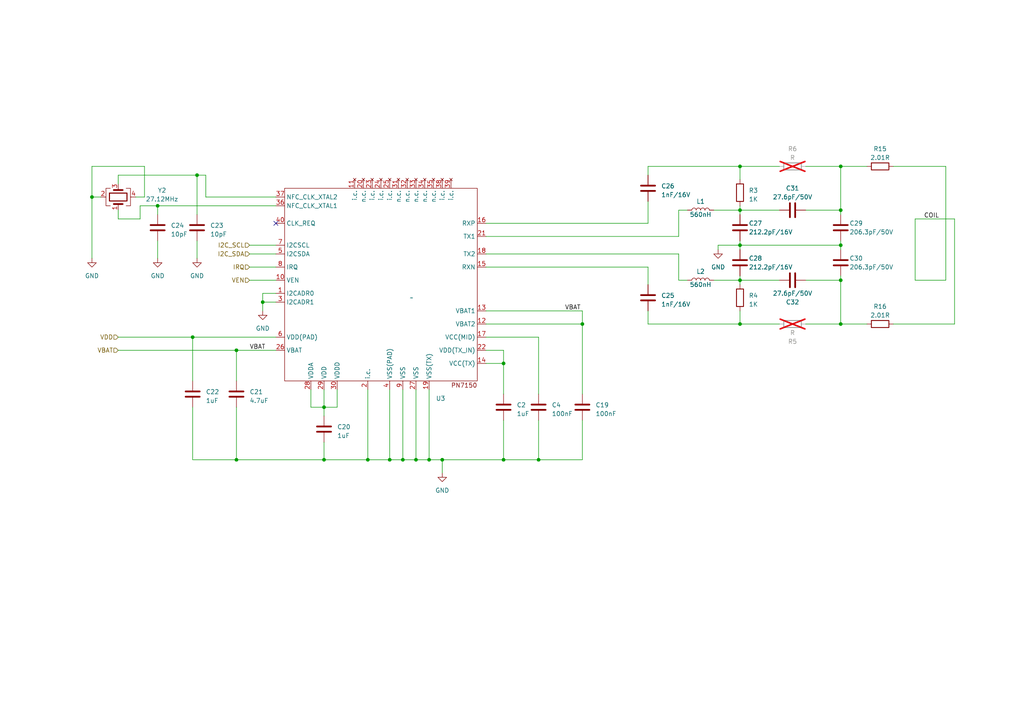
<source format=kicad_sch>
(kicad_sch (version 20230121) (generator eeschema)
  (paper "A4")
  (title_block (title "PN7150 NFC Reader") (date "2023-05-07") (rev "1.0") (comment 1 "CC-BY-SA"))
  (lib_symbols
    (symbol "Device:C" (pin_numbers hide) (pin_names (offset 0.254))
      (property "Reference" "C" (at 0.635 2.54 0))
      (property "Value" "C" (at 0.635 -2.54 0))
      (symbol "C_0_1"
        (polyline (pts (xy -2.032 -0.762) (xy 2.032 -0.762)) (stroke (width 0.508)))
        (polyline (pts (xy -2.032 0.762) (xy 2.032 0.762)) (stroke (width 0.508)))
      )
      (symbol "C_1_1"
        (pin passive line (at 0 3.81 270) (length 2.794) (name "~") (number "1"))
        (pin passive line (at 0 -3.81 90) (length 2.794) (name "~") (number "2"))
      )
    )
    (symbol "Device:Crystal_GND24" (pin_names (offset 1.016) hide)
      (property "Reference" "Y" (at 3.175 5.08 0))
      (property "Value" "Crystal_GND24" (at 3.175 3.175 0))
      (symbol "Crystal_GND24_0_1"
        (rectangle (start -1.143 2.54) (end 1.143 -2.54) (stroke (width 0.3048)))
        (polyline (pts (xy -2.54 0) (xy -2.032 0)))
        (polyline (pts (xy -2.032 -1.27) (xy -2.032 1.27)) (stroke (width 0.508)))
        (polyline (pts (xy 0 -3.81) (xy 0 -3.556)))
        (polyline (pts (xy 0 3.556) (xy 0 3.81)))
        (polyline (pts (xy 2.032 -1.27) (xy 2.032 1.27)) (stroke (width 0.508)))
        (polyline (pts (xy 2.032 0) (xy 2.54 0)))
        (polyline (pts (xy -2.54 -2.286) (xy -2.54 -3.556) (xy 2.54 -3.556) (xy 2.54 -2.286)))
        (polyline (pts (xy -2.54 2.286) (xy -2.54 3.556) (xy 2.54 3.556) (xy 2.54 2.286)))
      )
      (symbol "Crystal_GND24_1_1"
        (pin passive line (at -3.81 0 0) (length 1.27) (name "1") (number "1"))
        (pin passive line (at 0 5.08 270) (length 1.27) (name "2") (number "2"))
        (pin passive line (at 3.81 0 180) (length 1.27) (name "3") (number "3"))
        (pin passive line (at 0 -5.08 90) (length 1.27) (name "4") (number "4"))
      )
    )
    (symbol "Device:L" (pin_numbers hide) (pin_names (offset 1.016) hide)
      (property "Reference" "L" (at -1.27 0 90))
      (property "Value" "L" (at 1.905 0 90))
      (symbol "L_0_1"
        (arc (start 0 -2.54) (mid 0.6323 -1.905) (end 0 -1.27))
        (arc (start 0 -1.27) (mid 0.6323 -0.635) (end 0 0))
        (arc (start 0 0) (mid 0.6323 0.635) (end 0 1.27))
        (arc (start 0 1.27) (mid 0.6323 1.905) (end 0 2.54))
      )
      (symbol "L_1_1"
        (pin passive line (at 0 3.81 270) (length 1.27) (name "1") (number "1"))
        (pin passive line (at 0 -3.81 90) (length 1.27) (name "2") (number "2"))
      )
    )
    (symbol "Device:R" (pin_numbers hide) (pin_names (offset 0))
      (property "Reference" "R" (at 2.032 0 90))
      (property "Value" "R" (at 0 0 90))
      (symbol "R_0_1"
        (rectangle (start -1.016 -2.54) (end 1.016 2.54) (stroke (width 0.254)))
      )
      (symbol "R_1_1"
        (pin passive line (at 0 3.81 270) (length 1.27) (name "~") (number "1"))
        (pin passive line (at 0 -3.81 90) (length 1.27) (name "~") (number "2"))
      )
    )
    (symbol "NFC:PN7150"
      (property "Reference" "U" (at 0 0 0))
      (symbol "PN7150_0_1"
        (rectangle (start -27.94 27.94) (end 27.94 -27.94))
      )
      (symbol "PN7150_1_1"
        (text "PN7150" (at 24.13 -29.21 0) (effects (font (size 1.27 1.27))))
        (pin input line (at -30.48 -2.54 0) (length 2.54) (name "I2CADR0") (number "1"))
        (pin input line (at -30.48 1.27 0) (length 2.54) (name "VEN") (number "10"))
        (pin no_connect line (at -7.62 30.48 270) (length 2.54) (name "i.c.") (number "11"))
        (pin power_in line (at 30.48 -11.43 180) (length 2.54) (name "VBAT2") (number "12"))
        (pin power_in line (at 30.48 -7.62 180) (length 2.54) (name "VBAT1") (number "13"))
        (pin power_in line (at 30.48 -22.86 180) (length 2.54) (name "VCC(TX)") (number "14"))
        (pin input line (at 30.48 5.08 180) (length 2.54) (name "RXN") (number "15"))
        (pin input line (at 30.48 17.78 180) (length 2.54) (name "RXP") (number "16"))
        (pin power_in line (at 30.48 -15.24 180) (length 2.54) (name "VCC(MID)") (number "17"))
        (pin output line (at 30.48 8.89 180) (length 2.54) (name "TX2") (number "18"))
        (pin power_in line (at 13.97 -30.48 90) (length 2.54) (name "VSS(TX)") (number "19"))
        (pin unspecified line (at -3.81 -30.48 90) (length 2.54) (name "i.c.") (number "2"))
        (pin no_connect line (at -5.08 30.48 270) (length 2.54) (name "n.c.") (number "20"))
        (pin output line (at 30.48 13.97 180) (length 2.54) (name "TX1") (number "21"))
        (pin power_in line (at 30.48 -19.05 180) (length 2.54) (name "VDD(TX_IN)") (number "22"))
        (pin no_connect line (at -2.54 30.48 270) (length 2.54) (name "i.c.") (number "23"))
        (pin no_connect line (at 0 30.48 270) (length 2.54) (name "i.c.") (number "24"))
        (pin no_connect line (at 2.54 30.48 270) (length 2.54) (name "i.c.") (number "25"))
        (pin power_in line (at -30.48 -19.05 0) (length 2.54) (name "VBAT") (number "26"))
        (pin power_in line (at 10.16 -30.48 90) (length 2.54) (name "VSS") (number "27"))
        (pin power_in line (at -20.32 -30.48 90) (length 2.54) (name "VDDA") (number "28"))
        (pin power_in line (at -16.51 -30.48 90) (length 2.54) (name "VDD") (number "29"))
        (pin input line (at -30.48 -5.08 0) (length 2.54) (name "I2CADR1") (number "3"))
        (pin power_in line (at -12.7 -30.48 90) (length 2.54) (name "VDDD") (number "30"))
        (pin no_connect line (at 5.08 30.48 270) (length 2.54) (name "n.c.") (number "31"))
        (pin no_connect line (at 7.62 30.48 270) (length 2.54) (name "n.c.") (number "32"))
        (pin no_connect line (at 10.16 30.48 270) (length 2.54) (name "n.c.") (number "33"))
        (pin no_connect line (at 12.7 30.48 270) (length 2.54) (name "n.c.") (number "34"))
        (pin no_connect line (at 15.24 30.48 270) (length 2.54) (name "n.c.") (number "35"))
        (pin bidirectional line (at -30.48 22.86 0) (length 2.54) (name "NFC_CLK_XTAL1") (number "36"))
        (pin bidirectional line (at -30.48 25.4 0) (length 2.54) (name "NFC_CLK_XTAL2") (number "37"))
        (pin no_connect line (at 17.78 30.48 270) (length 2.54) (name "i.c.") (number "38"))
        (pin no_connect line (at 20.32 30.48 270) (length 2.54) (name "i.c.") (number "39"))
        (pin power_in line (at 2.54 -30.48 90) (length 2.54) (name "VSS(PAD)") (number "4"))
        (pin input line (at -30.48 17.78 0) (length 2.54) (name "CLK_REQ") (number "40"))
        (pin bidirectional line (at -30.48 8.89 0) (length 2.54) (name "I2CSDA") (number "5"))
        (pin power_in line (at -30.48 -15.24 0) (length 2.54) (name "VDD(PAD)") (number "6"))
        (pin input line (at -30.48 11.43 0) (length 2.54) (name "I2CSCL") (number "7"))
        (pin output line (at -30.48 5.08 0) (length 2.54) (name "IRQ") (number "8"))
        (pin power_in line (at 6.35 -30.48 90) (length 2.54) (name "VSS") (number "9"))
      )
    )
    (symbol "power:GND" (power) (pin_names (offset 0))
      (property "Value" "GND" (at 0 -3.81 0))
      (symbol "GND_0_1"
        (polyline (pts (xy 0 0) (xy 0 -1.27) (xy 1.27 -1.27) (xy 0 -2.54) (xy -1.27 -1.27) (xy 0 -1.27)))
      )
      (symbol "GND_1_1"
        (pin power_in line (at 0 0 270) (length 0) hide (name "GND") (number "1"))
      )
    )
  )
  (junction (at 57.15 50.8))
  (junction (at 168.91 93.98))
  (junction (at 214.63 60.96))
  (junction (at 243.84 93.98))
  (junction (at 116.84 133.35))
  (junction (at 243.84 60.96))
  (junction (at 68.58 133.35))
  (junction (at 243.84 71.12))
  (junction (at 93.98 133.35))
  (junction (at 243.84 48.26))
  (junction (at 214.63 93.98))
  (junction (at 146.05 133.35))
  (junction (at 156.21 133.35))
  (junction (at 214.63 71.12))
  (junction (at 106.68 133.35))
  (junction (at 128.27 133.35))
  (junction (at 93.98 118.11))
  (junction (at 76.2 87.63))
  (junction (at 214.63 81.28))
  (junction (at 68.58 101.6))
  (junction (at 243.84 81.28))
  (junction (at 45.72 59.69))
  (junction (at 26.67 57.15))
  (junction (at 146.05 105.41))
  (junction (at 124.46 133.35))
  (junction (at 120.65 133.35))
  (junction (at 113.03 133.35))
  (junction (at 214.63 48.26))
  (junction (at 55.88 97.79))
  (no_connect (at 80.01 64.77))
  (wire (pts (xy 243.84 69.85) (xy 243.84 71.12)))
  (wire (pts (xy 208.28 71.12) (xy 214.63 71.12)))
  (wire (pts (xy 243.84 48.26) (xy 251.46 48.26)))
  (wire (pts (xy 199.39 81.28) (xy 196.85 81.28)))
  (wire (pts (xy 116.84 133.35) (xy 120.65 133.35)))
  (wire (pts (xy 120.65 133.35) (xy 124.46 133.35)))
  (wire (pts (xy 93.98 133.35) (xy 106.68 133.35)))
  (wire (pts (xy 45.72 59.69) (xy 40.64 59.69)))
  (wire (pts (xy 26.67 48.26) (xy 26.67 57.15)))
  (wire (pts (xy 243.84 93.98) (xy 251.46 93.98)))
  (wire (pts (xy 140.97 90.17) (xy 168.91 90.17)))
  (wire (pts (xy 40.64 59.69) (xy 40.64 63.5)))
  (wire (pts (xy 68.58 133.35) (xy 93.98 133.35)))
  (wire (pts (xy 93.98 118.11) (xy 93.98 120.65)))
  (wire (pts (xy 29.21 57.15) (xy 26.67 57.15)))
  (wire (pts (xy 214.63 93.98) (xy 226.06 93.98)))
  (wire (pts (xy 34.29 101.6) (xy 68.58 101.6)))
  (wire (pts (xy 214.63 60.96) (xy 214.63 62.23)))
  (wire (pts (xy 207.01 81.28) (xy 214.63 81.28)))
  (wire (pts (xy 45.72 69.85) (xy 45.72 74.93)))
  (wire (pts (xy 214.63 90.17) (xy 214.63 93.98)))
  (wire (pts (xy 59.69 57.15) (xy 59.69 50.8)))
  (wire (pts (xy 196.85 60.96) (xy 196.85 68.58)))
  (wire (pts (xy 80.01 57.15) (xy 59.69 57.15)))
  (wire (pts (xy 90.17 118.11) (xy 93.98 118.11)))
  (wire (pts (xy 116.84 113.03) (xy 116.84 133.35)))
  (wire (pts (xy 34.29 50.8) (xy 34.29 53.34)))
  (wire (pts (xy 57.15 50.8) (xy 57.15 62.23)))
  (wire (pts (xy 80.01 59.69) (xy 45.72 59.69)))
  (wire (pts (xy 156.21 133.35) (xy 168.91 133.35)))
  (wire (pts (xy 214.63 48.26) (xy 214.63 52.07)))
  (wire (pts (xy 274.32 48.26) (xy 274.32 81.28)))
  (wire (pts (xy 187.96 77.47) (xy 187.96 82.55)))
  (wire (pts (xy 106.68 113.03) (xy 106.68 133.35)))
  (wire (pts (xy 187.96 58.42) (xy 187.96 64.77)))
  (wire (pts (xy 199.39 60.96) (xy 196.85 60.96)))
  (wire (pts (xy 128.27 133.35) (xy 128.27 137.16)))
  (wire (pts (xy 187.96 93.98) (xy 214.63 93.98)))
  (wire (pts (xy 113.03 133.35) (xy 116.84 133.35)))
  (wire (pts (xy 120.65 113.03) (xy 120.65 133.35)))
  (wire (pts (xy 72.39 81.28) (xy 80.01 81.28)))
  (wire (pts (xy 146.05 133.35) (xy 156.21 133.35)))
  (wire (pts (xy 243.84 60.96) (xy 243.84 62.23)))
  (wire (pts (xy 72.39 71.12) (xy 80.01 71.12)))
  (wire (pts (xy 93.98 128.27) (xy 93.98 133.35)))
  (wire (pts (xy 68.58 101.6) (xy 68.58 110.49)))
  (wire (pts (xy 80.01 85.09) (xy 76.2 85.09)))
  (wire (pts (xy 39.37 57.15) (xy 41.91 57.15)))
  (wire (pts (xy 72.39 73.66) (xy 80.01 73.66)))
  (wire (pts (xy 57.15 69.85) (xy 57.15 74.93)))
  (wire (pts (xy 93.98 113.03) (xy 93.98 118.11)))
  (wire (pts (xy 214.63 59.69) (xy 214.63 60.96)))
  (wire (pts (xy 113.03 113.03) (xy 113.03 133.35)))
  (wire (pts (xy 214.63 71.12) (xy 243.84 71.12)))
  (wire (pts (xy 276.86 63.5) (xy 276.86 93.98)))
  (wire (pts (xy 124.46 133.35) (xy 128.27 133.35)))
  (wire (pts (xy 140.97 77.47) (xy 187.96 77.47)))
  (wire (pts (xy 40.64 63.5) (xy 34.29 63.5)))
  (wire (pts (xy 140.97 73.66) (xy 196.85 73.66)))
  (wire (pts (xy 207.01 60.96) (xy 214.63 60.96)))
  (wire (pts (xy 265.43 81.28) (xy 265.43 63.5)))
  (wire (pts (xy 233.68 93.98) (xy 243.84 93.98)))
  (wire (pts (xy 233.68 60.96) (xy 243.84 60.96)))
  (wire (pts (xy 156.21 121.92) (xy 156.21 133.35)))
  (wire (pts (xy 168.91 93.98) (xy 168.91 114.3)))
  (wire (pts (xy 76.2 85.09) (xy 76.2 87.63)))
  (wire (pts (xy 97.79 118.11) (xy 97.79 113.03)))
  (wire (pts (xy 140.97 105.41) (xy 146.05 105.41)))
  (wire (pts (xy 259.08 48.26) (xy 274.32 48.26)))
  (wire (pts (xy 156.21 97.79) (xy 156.21 114.3)))
  (wire (pts (xy 68.58 118.11) (xy 68.58 133.35)))
  (wire (pts (xy 233.68 48.26) (xy 243.84 48.26)))
  (wire (pts (xy 93.98 118.11) (xy 97.79 118.11)))
  (wire (pts (xy 26.67 57.15) (xy 26.67 74.93)))
  (wire (pts (xy 34.29 50.8) (xy 57.15 50.8)))
  (wire (pts (xy 214.63 81.28) (xy 214.63 82.55)))
  (wire (pts (xy 243.84 81.28) (xy 243.84 80.01)))
  (wire (pts (xy 208.28 71.12) (xy 208.28 72.39)))
  (wire (pts (xy 90.17 113.03) (xy 90.17 118.11)))
  (wire (pts (xy 140.97 93.98) (xy 168.91 93.98)))
  (wire (pts (xy 45.72 59.69) (xy 45.72 62.23)))
  (wire (pts (xy 168.91 90.17) (xy 168.91 93.98)))
  (wire (pts (xy 41.91 57.15) (xy 41.91 48.26)))
  (wire (pts (xy 76.2 87.63) (xy 80.01 87.63)))
  (wire (pts (xy 168.91 121.92) (xy 168.91 133.35)))
  (wire (pts (xy 106.68 133.35) (xy 113.03 133.35)))
  (wire (pts (xy 55.88 97.79) (xy 80.01 97.79)))
  (wire (pts (xy 187.96 48.26) (xy 187.96 50.8)))
  (wire (pts (xy 146.05 105.41) (xy 146.05 114.3)))
  (wire (pts (xy 140.97 97.79) (xy 156.21 97.79)))
  (wire (pts (xy 124.46 113.03) (xy 124.46 133.35)))
  (wire (pts (xy 243.84 48.26) (xy 243.84 60.96)))
  (wire (pts (xy 140.97 68.58) (xy 196.85 68.58)))
  (wire (pts (xy 214.63 80.01) (xy 214.63 81.28)))
  (wire (pts (xy 140.97 101.6) (xy 146.05 101.6)))
  (wire (pts (xy 146.05 121.92) (xy 146.05 133.35)))
  (wire (pts (xy 41.91 48.26) (xy 26.67 48.26)))
  (wire (pts (xy 72.39 77.47) (xy 80.01 77.47)))
  (wire (pts (xy 243.84 81.28) (xy 243.84 93.98)))
  (wire (pts (xy 243.84 71.12) (xy 243.84 72.39)))
  (wire (pts (xy 34.29 97.79) (xy 55.88 97.79)))
  (wire (pts (xy 196.85 81.28) (xy 196.85 73.66)))
  (wire (pts (xy 68.58 101.6) (xy 80.01 101.6)))
  (wire (pts (xy 214.63 60.96) (xy 226.06 60.96)))
  (wire (pts (xy 214.63 48.26) (xy 226.06 48.26)))
  (wire (pts (xy 146.05 101.6) (xy 146.05 105.41)))
  (wire (pts (xy 59.69 50.8) (xy 57.15 50.8)))
  (wire (pts (xy 76.2 87.63) (xy 76.2 90.17)))
  (wire (pts (xy 265.43 63.5) (xy 276.86 63.5)))
  (wire (pts (xy 276.86 93.98) (xy 259.08 93.98)))
  (wire (pts (xy 140.97 64.77) (xy 187.96 64.77)))
  (wire (pts (xy 187.96 90.17) (xy 187.96 93.98)))
  (wire (pts (xy 187.96 48.26) (xy 214.63 48.26)))
  (wire (pts (xy 55.88 133.35) (xy 68.58 133.35)))
  (wire (pts (xy 233.68 81.28) (xy 243.84 81.28)))
  (wire (pts (xy 274.32 81.28) (xy 265.43 81.28)))
  (wire (pts (xy 128.27 133.35) (xy 146.05 133.35)))
  (wire (pts (xy 55.88 118.11) (xy 55.88 133.35)))
  (wire (pts (xy 214.63 69.85) (xy 214.63 71.12)))
  (wire (pts (xy 34.29 63.5) (xy 34.29 60.96)))
  (wire (pts (xy 55.88 97.79) (xy 55.88 110.49)))
  (wire (pts (xy 214.63 71.12) (xy 214.63 72.39)))
  (wire (pts (xy 226.06 81.28) (xy 214.63 81.28)))
  (label "VBAT" (at 163.83 90.17 0))
  (label "VBAT" (at 72.39 101.6 0))
  (label "COIL" (at 267.97 63.5 0))
  (hierarchical_label "I2C_SCL" (shape input) (at 72.39 71.12 180))
  (hierarchical_label "VEN" (shape input) (at 72.39 81.28 180))
  (hierarchical_label "VDD" (shape input) (at 34.29 97.79 180))
  (hierarchical_label "IRQ" (shape input) (at 72.39 77.47 180))
  (hierarchical_label "I2C_SDA" (shape input) (at 72.39 73.66 180))
  (hierarchical_label "VBAT" (shape input) (at 34.29 101.6 180))
  (symbol (lib_id "Device:C") (at 156.21 118.11 0) (unit 1)
    (property "Reference" "C4" (at 160.02 117.475 0) (effects (justify left)))
    (property "Value" "100nF" (at 160.02 120.015 0) (effects (justify left)))
    (property "Footprint" "Capacitor_SMD:C_0603_1608Metric" (effects hide))
  )
  (symbol (lib_id "Device:R") (at 214.63 86.36 0) (unit 1)
    (property "Reference" "R4" (at 217.17 85.725 0) (effects (justify left)))
    (property "Value" "1K" (at 217.17 88.265 0) (effects (justify left)))
    (property "Footprint" "Resistor_SMD:R_0603_1608Metric" (effects hide))
  )
  (symbol (lib_id "NFC:PN7150") (at 110.49 82.55 0) (unit 1)
    (property "Reference" "U3" (at 126.4159 115.57 0) (effects (justify left)))
    (property "Value" "~" (at 119.38 86.36 0))
    (property "Footprint" "Package_DFN_QFN:HVQFN-40-1EP_6x6mm_P0.5mm_EP4.1x4.1mm" (effects hide))
  )
  (symbol (lib_id "Device:C") (at 187.96 86.36 0) (unit 1)
    (property "Reference" "C25" (at 191.77 85.725 0) (effects (justify left)))
    (property "Value" "1nF/16V" (at 191.77 88.265 0) (effects (justify left)))
    (property "Footprint" "Capacitor_SMD:C_0603_1608Metric" (effects hide))
  )
  (symbol (lib_id "Device:L") (at 203.2 60.96 90) (unit 1)
    (property "Reference" "L1" (at 203.2 58.42 90))
    (property "Value" "560nH" (at 203.2 62.23 90))
    (property "Footprint" "Inductor_SMD:L_0603_1608Metric" (effects hide))
  )
  (symbol (lib_id "Device:Crystal_GND24") (at 34.29 57.15 90) (unit 1)
    (property "Reference" "Y2" (at 46.99 55.2197 90))
    (property "Value" "27.12MHz" (at 46.99 57.7597 90))
    (property "Footprint" "Crystal:Crystal_SMD_3225-4Pin_3.2x2.5mm" (effects hide))
  )
  (symbol (lib_id "Device:C") (at 68.58 114.3 0) (unit 1)
    (property "Reference" "C21" (at 72.39 113.665 0) (effects (justify left)))
    (property "Value" "4.7uF" (at 72.39 116.205 0) (effects (justify left)))
    (property "Footprint" "Capacitor_SMD:C_0603_1608Metric" (effects hide))
  )
  (symbol (lib_id "power:GND") (at 57.15 74.93 0) (unit 1)
    (property "Reference" "#PWR08" (effects hide))
    (property "Value" "GND" (at 57.15 80.01 0))
  )
  (symbol (lib_id "Device:C") (at 57.15 66.04 0) (unit 1)
    (property "Reference" "C23" (at 60.96 65.405 0) (effects (justify left)))
    (property "Value" "10pF" (at 60.96 67.945 0) (effects (justify left)))
    (property "Footprint" "Capacitor_SMD:C_0603_1608Metric" (effects hide))
  )
  (symbol (lib_id "power:GND") (at 128.27 137.16 0) (unit 1)
    (property "Reference" "#PWR05" (effects hide))
    (property "Value" "GND" (at 128.27 142.24 0))
  )
  (symbol (lib_id "Device:R") (at 255.27 48.26 90) (unit 1)
    (property "Reference" "R15" (at 255.27 43.18 90))
    (property "Value" "2.01R" (at 255.27 45.72 90))
    (property "Footprint" "Resistor_SMD:R_1206_3216Metric" (effects hide))
  )
  (symbol (lib_id "Device:R") (at 214.63 55.88 0) (unit 1)
    (property "Reference" "R3" (at 217.17 55.245 0) (effects (justify left)))
    (property "Value" "1K" (at 217.17 57.785 0) (effects (justify left)))
    (property "Footprint" "Resistor_SMD:R_0603_1608Metric" (effects hide))
  )
  (symbol (lib_id "Device:C") (at 45.72 66.04 0) (unit 1)
    (property "Reference" "C24" (at 49.53 65.405 0) (effects (justify left)))
    (property "Value" "10pF" (at 49.53 67.945 0) (effects (justify left)))
    (property "Footprint" "Capacitor_SMD:C_0603_1608Metric" (effects hide))
  )
  (symbol (lib_id "power:GND") (at 26.67 74.93 0) (unit 1)
    (property "Reference" "#PWR011" (effects hide))
    (property "Value" "GND" (at 26.67 80.01 0))
  )
  (symbol (lib_id "Device:L") (at 203.2 81.28 90) (unit 1)
    (property "Reference" "L2" (at 203.2 78.74 90))
    (property "Value" "560nH" (at 203.2 82.55 90))
    (property "Footprint" "Inductor_SMD:L_0603_1608Metric" (effects hide))
  )
  (symbol (lib_id "Device:C") (at 229.87 60.96 90) (unit 1)
    (property "Reference" "C31" (at 229.87 54.61 90))
    (property "Value" "27.6pF/50V" (at 229.87 57.15 90))
    (property "Footprint" "Capacitor_SMD:C_0603_1608Metric" (effects hide))
  )
  (symbol (lib_id "Device:C") (at 55.88 114.3 0) (unit 1)
    (property "Reference" "C22" (at 59.69 113.665 0) (effects (justify left)))
    (property "Value" "1uF" (at 59.69 116.205 0) (effects (justify left)))
    (property "Footprint" "Capacitor_SMD:C_0603_1608Metric" (effects hide))
  )
  (symbol (lib_id "Device:C") (at 168.91 118.11 0) (unit 1)
    (property "Reference" "C19" (at 172.72 117.475 0) (effects (justify left)))
    (property "Value" "100nF" (at 172.72 120.015 0) (effects (justify left)))
    (property "Footprint" "Capacitor_SMD:C_0603_1608Metric" (effects hide))
  )
  (symbol (lib_id "Device:R") (at 229.87 48.26 90) (unit 1) (dnp yes)
    (property "Reference" "R6" (at 229.87 43.18 90))
    (property "Value" "R" (at 229.87 45.72 90))
    (property "Footprint" "Resistor_SMD:R_0603_1608Metric" (effects hide))
  )
  (symbol (lib_id "Device:R") (at 229.87 93.98 90) (unit 1) (dnp yes)
    (property "Reference" "R5" (at 229.87 99.06 90))
    (property "Value" "R" (at 229.87 96.52 90))
    (property "Footprint" "Resistor_SMD:R_0603_1608Metric" (effects hide))
  )
  (symbol (lib_id "Device:C") (at 214.63 76.2 0) (unit 1)
    (property "Reference" "C28" (at 217.17 74.93 0) (effects (justify left)))
    (property "Value" "212.2pF/16V" (at 217.17 77.47 0) (effects (justify left)))
    (property "Footprint" "Capacitor_SMD:C_0603_1608Metric" (effects hide))
  )
  (symbol (lib_id "power:GND") (at 208.28 72.39 0) (unit 1)
    (property "Reference" "#PWR014" (effects hide))
    (property "Value" "GND" (at 208.28 77.47 0))
  )
  (symbol (lib_id "power:GND") (at 76.2 90.17 0) (unit 1)
    (property "Reference" "#PWR012" (effects hide))
    (property "Value" "GND" (at 76.2 95.25 0))
  )
  (symbol (lib_id "power:GND") (at 45.72 74.93 0) (unit 1)
    (property "Reference" "#PWR010" (effects hide))
    (property "Value" "GND" (at 45.72 80.01 0))
  )
  (symbol (lib_id "Device:C") (at 214.63 66.04 0) (unit 1)
    (property "Reference" "C27" (at 217.17 64.77 0) (effects (justify left)))
    (property "Value" "212.2pF/16V" (at 217.17 67.31 0) (effects (justify left)))
    (property "Footprint" "Capacitor_SMD:C_0603_1608Metric" (effects hide))
  )
  (symbol (lib_id "Device:C") (at 93.98 124.46 0) (unit 1)
    (property "Reference" "C20" (at 97.79 123.825 0) (effects (justify left)))
    (property "Value" "1uF" (at 97.79 126.365 0) (effects (justify left)))
    (property "Footprint" "Capacitor_SMD:C_0603_1608Metric" (effects hide))
  )
  (symbol (lib_id "Device:C") (at 229.87 81.28 90) (unit 1)
    (property "Reference" "C32" (at 229.87 87.63 90))
    (property "Value" "27.6pF/50V" (at 229.87 85.09 90))
    (property "Footprint" "Capacitor_SMD:C_0603_1608Metric" (effects hide))
  )
  (symbol (lib_id "Device:R") (at 255.27 93.98 90) (unit 1)
    (property "Reference" "R16" (at 255.27 88.9 90))
    (property "Value" "2.01R" (at 255.27 91.44 90))
    (property "Footprint" "Resistor_SMD:R_1206_3216Metric" (effects hide))
  )
  (symbol (lib_id "Device:C") (at 243.84 76.2 0) (unit 1)
    (property "Reference" "C30" (at 246.38 74.93 0) (effects (justify left)))
    (property "Value" "206.3pF/50V" (at 246.38 77.47 0) (effects (justify left)))
    (property "Footprint" "Capacitor_SMD:C_0603_1608Metric" (effects hide))
  )
  (symbol (lib_id "Device:C") (at 146.05 118.11 0) (unit 1)
    (property "Reference" "C2" (at 149.86 117.475 0) (effects (justify left)))
    (property "Value" "1uF" (at 149.86 120.015 0) (effects (justify left)))
    (property "Footprint" "Capacitor_SMD:C_0603_1608Metric" (effects hide))
  )
  (symbol (lib_id "Device:C") (at 243.84 66.04 0) (unit 1)
    (property "Reference" "C29" (at 246.38 64.77 0) (effects (justify left)))
    (property "Value" "206.3pF/50V" (at 246.38 67.31 0) (effects (justify left)))
    (property "Footprint" "Capacitor_SMD:C_0603_1608Metric" (effects hide))
  )
  (symbol (lib_id "Device:C") (at 187.96 54.61 0) (unit 1)
    (property "Reference" "C26" (at 191.77 53.975 0) (effects (justify left)))
    (property "Value" "1nF/16V" (at 191.77 56.515 0) (effects (justify left)))
    (property "Footprint" "Capacitor_SMD:C_0603_1608Metric" (effects hide))
  )
)
</source>
